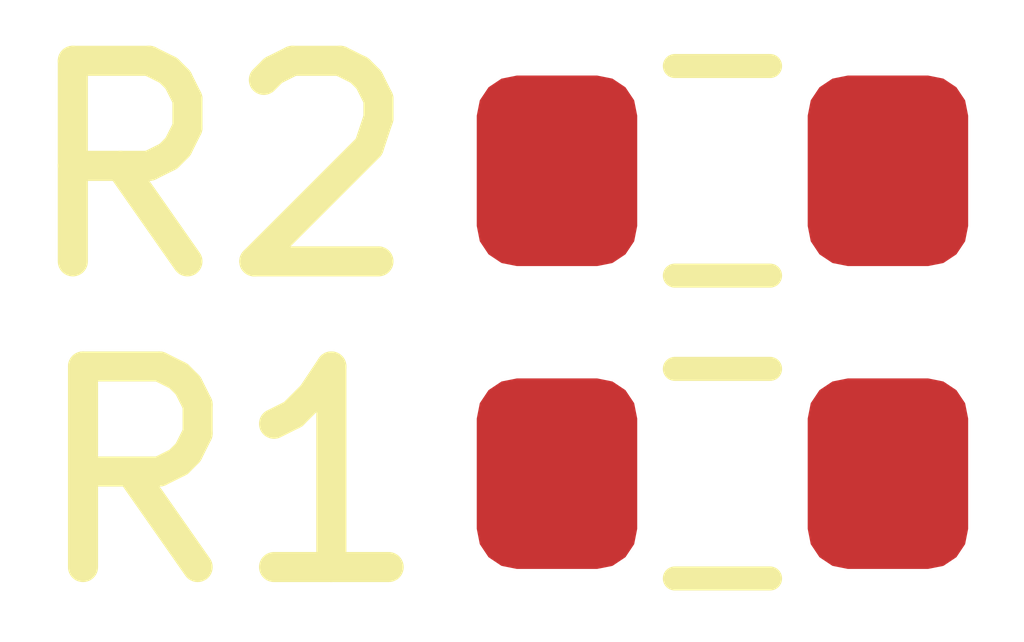
<source format=kicad_pcb>
(kicad_pcb (version 20241229) (generator "pcbnew") (generator_version "9.0")
  (layers (0 "F.Cu" signal) (2 "B.Cu" signal) (13 "F.Paste" user) (15 "B.Paste" user) (5 "F.SilkS" user "F.Silkscreen") (7 "B.SilkS" user "B.Silkscreen") (1 "F.Mask" user) (3 "B.Mask" user) (25 "Edge.Cuts" user))
  (net 0 "")
  (net 1 "P1")
  (net 2 "P2")
  (footprint "R_0603_1608Metric:R_0603_1608Metric" (layer "F.Cu") (at 148.5 105.755)
    (property "Reference" "R1" (at -2.45 0.0106 0) (layer "F.SilkS"))
    (property "Value" "1k" (hide yes))
    (fp_line (start -0.237258 -0.5225) (end 0.237258 -0.5225) (stroke (width 0.12)) (layer "F.SilkS"))
    (fp_line (start -0.237258 0.5225) (end 0.237258 0.5225) (stroke (width 0.12)) (layer "F.SilkS"))
    (pad "1" smd roundrect (at -0.825 0) (size 0.8 0.95) (layers "F.Cu" "F.Mask" "F.Paste") (net 1 "P1"))
    (pad "2" smd roundrect (at 0.825 0) (size 0.8 0.95) (layers "F.Cu" "F.Mask" "F.Paste") (net 2 "P2"))
  )
  (footprint "R_0603_1608Metric:R_0603_1608Metric" (layer "F.Cu") (at 148.5 104.245)
    (property "Reference" "R2" (at -2.5008 -0.0034 0) (layer "F.SilkS"))
    (property "Value" "1k" (hide yes))
    (fp_line (start -0.237258 -0.5225) (end 0.237258 -0.5225) (stroke (width 0.12)) (layer "F.SilkS"))
    (fp_line (start -0.237258 0.5225) (end 0.237258 0.5225) (stroke (width 0.12)) (layer "F.SilkS"))
    (pad "1" smd roundrect (at -0.825 0) (size 0.8 0.95) (layers "F.Cu" "F.Mask" "F.Paste") (net 1 "P1"))
    (pad "2" smd roundrect (at 0.825 0) (size 0.8 0.95) (layers "F.Cu" "F.Mask" "F.Paste") (net 2 "P2"))
  )
)
</source>
